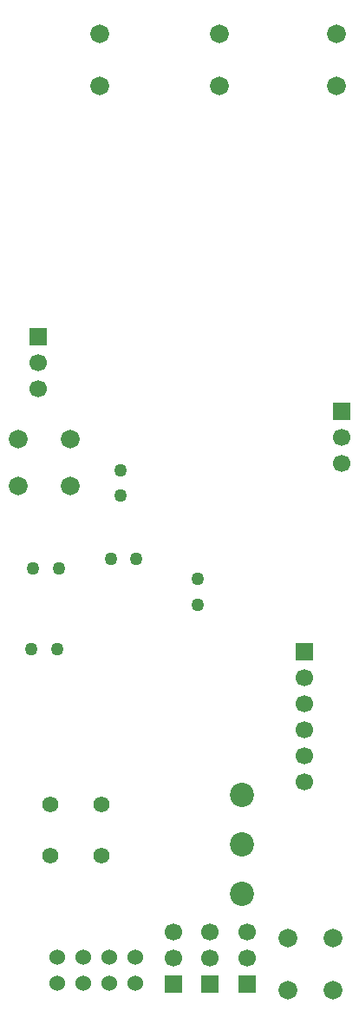
<source format=gbr>
%TF.GenerationSoftware,KiCad,Pcbnew,9.0.2*%
%TF.CreationDate,2025-08-16T18:35:03-07:00*%
%TF.ProjectId,Transmitter,5472616e-736d-4697-9474-65722e6b6963,rev?*%
%TF.SameCoordinates,Original*%
%TF.FileFunction,Soldermask,Bot*%
%TF.FilePolarity,Negative*%
%FSLAX46Y46*%
G04 Gerber Fmt 4.6, Leading zero omitted, Abs format (unit mm)*
G04 Created by KiCad (PCBNEW 9.0.2) date 2025-08-16 18:35:03*
%MOMM*%
%LPD*%
G01*
G04 APERTURE LIST*
%ADD10C,1.828800*%
%ADD11C,2.362200*%
%ADD12C,1.524000*%
%ADD13R,1.700000X1.700000*%
%ADD14C,1.700000*%
%ADD15C,1.270000*%
%ADD16C,1.574800*%
G04 APERTURE END LIST*
D10*
%TO.C,J6*%
X117800000Y-119556100D03*
X117800000Y-114476100D03*
%TD*%
%TO.C,J7*%
X122200000Y-119600000D03*
X122200000Y-114520000D03*
%TD*%
%TO.C,J2*%
X99480000Y-31370000D03*
X99480000Y-26290000D03*
%TD*%
D11*
%TO.C,U1*%
X113300000Y-110221100D03*
X113300000Y-105395100D03*
X113300000Y-100569100D03*
%TD*%
D10*
%TO.C,J9*%
X91473900Y-65868550D03*
X96553900Y-65868550D03*
%TD*%
D12*
%TO.C,J1*%
X102900000Y-118900000D03*
X102900000Y-116360000D03*
X100360000Y-118900000D03*
X100360000Y-116360000D03*
X97820000Y-118900000D03*
X97820000Y-116360000D03*
X95280000Y-118900000D03*
X95280000Y-116360000D03*
%TD*%
D13*
%TO.C,J12*%
X106600000Y-119000000D03*
D14*
X106600000Y-116460000D03*
X106600000Y-113920000D03*
%TD*%
D10*
%TO.C,J4*%
X111120000Y-31380000D03*
X111120000Y-26300000D03*
%TD*%
%TO.C,J8*%
X91453900Y-70378550D03*
X96533900Y-70378550D03*
%TD*%
D13*
%TO.C,J14*%
X110200000Y-119000000D03*
D14*
X110200000Y-116460000D03*
X110200000Y-113920000D03*
%TD*%
D13*
%TO.C,J13*%
X113800000Y-119000000D03*
D14*
X113800000Y-116460000D03*
X113800000Y-113920000D03*
%TD*%
D15*
%TO.C,C15*%
X92750000Y-86350000D03*
X95250000Y-86350000D03*
%TD*%
%TO.C,C20*%
X101480000Y-68870000D03*
X101480000Y-71370000D03*
%TD*%
D16*
%TO.C,SW1*%
X94600000Y-106500000D03*
X94600000Y-101500000D03*
X99599990Y-101500000D03*
X99599990Y-106500000D03*
%TD*%
D15*
%TO.C,C18*%
X100500000Y-77500000D03*
X103000000Y-77500000D03*
%TD*%
D13*
%TO.C,J11*%
X123100000Y-63100000D03*
D14*
X123100000Y-65640000D03*
X123100000Y-68180000D03*
%TD*%
D10*
%TO.C,J5*%
X122560000Y-31350000D03*
X122560000Y-26270000D03*
%TD*%
D15*
%TO.C,C17*%
X92950000Y-78450000D03*
X95450000Y-78450000D03*
%TD*%
D13*
%TO.C,J3*%
X119440000Y-86570000D03*
D14*
X119440000Y-89110000D03*
X119440000Y-91650000D03*
X119440000Y-94190000D03*
X119440000Y-96730000D03*
X119440000Y-99270000D03*
%TD*%
D13*
%TO.C,J10*%
X93400000Y-55860000D03*
D14*
X93400000Y-58400000D03*
X93400000Y-60940000D03*
%TD*%
D15*
%TO.C,C16*%
X109000000Y-82000000D03*
X109000000Y-79500000D03*
%TD*%
M02*

</source>
